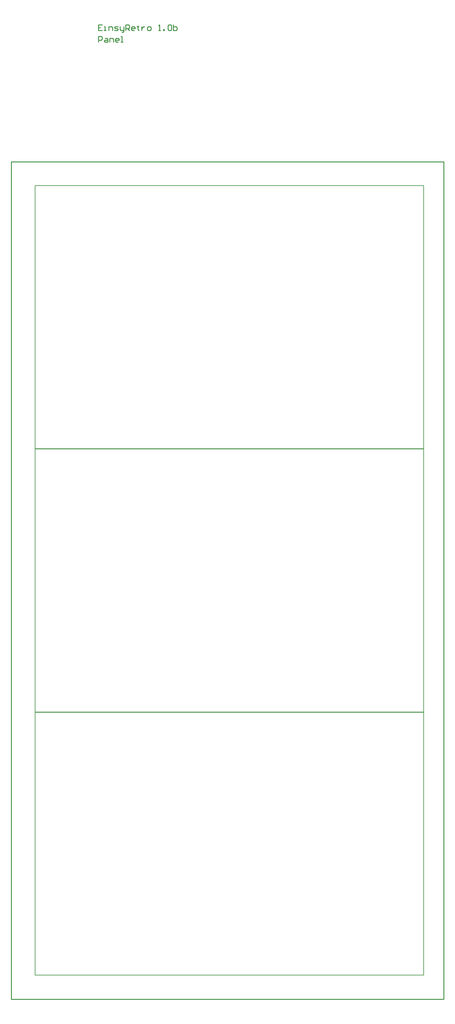
<source format=gm1>
G04 Layer_Color=16711935*
%FSLAX24Y24*%
%MOIN*%
G70*
G01*
G75*
%ADD12C,0.0100*%
%ADD14C,0.0080*%
G54D12*
X0Y0D02*
Y89016D01*
X46000D01*
Y0D02*
Y89016D01*
X0Y0D02*
X45928D01*
X9650Y103600D02*
X9250D01*
Y103000D01*
X9650D01*
X9250Y103300D02*
X9450D01*
X9850Y103000D02*
X10050D01*
X9950D01*
Y103400D01*
X9850D01*
X10350Y103000D02*
Y103400D01*
X10650D01*
X10750Y103300D01*
Y103000D01*
X10949D02*
X11249D01*
X11349Y103100D01*
X11249Y103200D01*
X11049D01*
X10949Y103300D01*
X11049Y103400D01*
X11349D01*
X11549D02*
Y103100D01*
X11649Y103000D01*
X11949D01*
Y102900D01*
X11849Y102800D01*
X11749D01*
X11949Y103000D02*
Y103400D01*
X12149Y103000D02*
Y103600D01*
X12449D01*
X12549Y103500D01*
Y103300D01*
X12449Y103200D01*
X12149D01*
X12349D02*
X12549Y103000D01*
X13049D02*
X12849D01*
X12749Y103100D01*
Y103300D01*
X12849Y103400D01*
X13049D01*
X13149Y103300D01*
Y103200D01*
X12749D01*
X13449Y103500D02*
Y103400D01*
X13349D01*
X13549D01*
X13449D01*
Y103100D01*
X13549Y103000D01*
X13849Y103400D02*
Y103000D01*
Y103200D01*
X13948Y103300D01*
X14048Y103400D01*
X14148D01*
X14548Y103000D02*
X14748D01*
X14848Y103100D01*
Y103300D01*
X14748Y103400D01*
X14548D01*
X14448Y103300D01*
Y103100D01*
X14548Y103000D01*
X15648D02*
X15848D01*
X15748D01*
Y103600D01*
X15648Y103500D01*
X16148Y103000D02*
Y103100D01*
X16248D01*
Y103000D01*
X16148D01*
X16648Y103500D02*
X16748Y103600D01*
X16948D01*
X17047Y103500D01*
Y103100D01*
X16948Y103000D01*
X16748D01*
X16648Y103100D01*
Y103500D01*
X17247Y103600D02*
Y103000D01*
X17547D01*
X17647Y103100D01*
Y103200D01*
Y103300D01*
X17547Y103400D01*
X17247D01*
X9250Y101750D02*
Y102350D01*
X9550D01*
X9650Y102250D01*
Y102050D01*
X9550Y101950D01*
X9250D01*
X9950Y102150D02*
X10150D01*
X10250Y102050D01*
Y101750D01*
X9950D01*
X9850Y101850D01*
X9950Y101950D01*
X10250D01*
X10450Y101750D02*
Y102150D01*
X10750D01*
X10849Y102050D01*
Y101750D01*
X11349D02*
X11149D01*
X11049Y101850D01*
Y102050D01*
X11149Y102150D01*
X11349D01*
X11449Y102050D01*
Y101950D01*
X11049D01*
X11649Y101750D02*
X11849D01*
X11749D01*
Y102350D01*
X11649D01*
G54D14*
X2542Y30495D02*
X43880D01*
X2542Y2542D02*
X43880D01*
X2542D02*
Y30495D01*
X43880Y2542D02*
Y30495D01*
X2542Y58487D02*
X43880D01*
X2542Y30534D02*
X43880D01*
X2542D02*
Y58487D01*
X43880Y30534D02*
Y58487D01*
X2542Y86479D02*
X43880D01*
X2542Y58526D02*
X43880D01*
X2542D02*
Y86479D01*
X43880Y58526D02*
Y86479D01*
M02*

</source>
